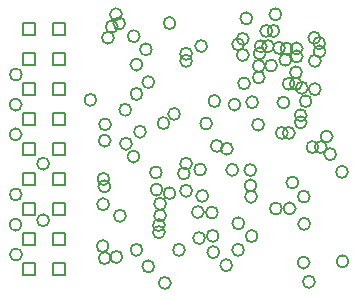
<source format=gbr>
%TF.GenerationSoftware,Altium Limited,Altium Designer,23.9.2 (47)*%
G04 Layer_Color=2752767*
%FSLAX45Y45*%
%MOMM*%
%TF.SameCoordinates,AC4A3DE0-5486-420A-B1FF-1F5B93080124*%
%TF.FilePolarity,Positive*%
%TF.FileFunction,Drawing*%
%TF.Part,Single*%
G01*
G75*
%TA.AperFunction,NonConductor*%
%ADD102C,0.12700*%
%ADD103C,0.16933*%
D102*
X383200Y243200D02*
Y344800D01*
X484800D01*
Y243200D01*
X383200D01*
Y497200D02*
Y598800D01*
X484800D01*
Y497200D01*
X383200D01*
X129200Y243200D02*
Y344800D01*
X230800D01*
Y243200D01*
X129200D01*
Y497200D02*
Y598800D01*
X230800D01*
Y497200D01*
X129200D01*
X383200Y751200D02*
Y852800D01*
X484800D01*
Y751200D01*
X383200D01*
Y1005200D02*
Y1106800D01*
X484800D01*
Y1005200D01*
X383200D01*
Y1259200D02*
Y1360800D01*
X484800D01*
Y1259200D01*
X383200D01*
Y1513200D02*
Y1614800D01*
X484800D01*
Y1513200D01*
X383200D01*
Y1767200D02*
Y1868800D01*
X484800D01*
Y1767200D01*
X383200D01*
Y2021200D02*
Y2122800D01*
X484800D01*
Y2021200D01*
X383200D01*
Y2275200D02*
Y2376800D01*
X484800D01*
Y2275200D01*
X383200D01*
X129200Y751200D02*
Y852800D01*
X230800D01*
Y751200D01*
X129200D01*
Y1005200D02*
Y1106800D01*
X230800D01*
Y1005200D01*
X129200D01*
Y1259200D02*
Y1360800D01*
X230800D01*
Y1259200D01*
X129200D01*
Y1513200D02*
Y1614800D01*
X230800D01*
Y1513200D01*
X129200D01*
Y1767200D02*
Y1868800D01*
X230800D01*
Y1767200D01*
X129200D01*
Y2021200D02*
Y2122800D01*
X230800D01*
Y2021200D01*
X129200D01*
Y2275200D02*
Y2376800D01*
X230800D01*
Y2275200D01*
X129200D01*
D103*
X2646115Y2255315D02*
G03*
X2646115Y2255315I-50800J0D01*
G01*
X2687418Y2210000D02*
G03*
X2687418Y2210000I-50800J0D01*
G01*
X2690800Y2140000D02*
G03*
X2690800Y2140000I-50800J0D01*
G01*
X1680193Y1139393D02*
G03*
X1680193Y1139393I-50800J0D01*
G01*
X1560800Y1190000D02*
G03*
X1560800Y1190000I-50800J0D01*
G01*
X1541786Y1107346D02*
G03*
X1541786Y1107346I-50800J0D01*
G01*
X350800Y1190000D02*
G03*
X350800Y1190000I-50800J0D01*
G01*
X2650800Y1820000D02*
G03*
X2650800Y1820000I-50800J0D01*
G01*
X1560800Y960000D02*
G03*
X1560800Y960000I-50800J0D01*
G01*
X1140800Y460000D02*
G03*
X1140800Y460000I-50800J0D01*
G01*
X1240800Y320000D02*
G03*
X1240800Y320000I-50800J0D01*
G01*
X750800Y1730000D02*
G03*
X750800Y1730000I-50800J0D01*
G01*
X1045638Y1646224D02*
G03*
X1045638Y1646224I-50800J0D01*
G01*
X2430800Y1450000D02*
G03*
X2430800Y1450000I-50800J0D01*
G01*
X2192088Y2183656D02*
G03*
X2192088Y2183656I-50800J0D01*
G01*
X2120796Y1709997D02*
G03*
X2120796Y1709997I-50800J0D01*
G01*
X2780800Y1270000D02*
G03*
X2780800Y1270000I-50800J0D01*
G01*
X2182765Y2123167D02*
G03*
X2182765Y2123167I-50800J0D01*
G01*
X2175707Y1919570D02*
G03*
X2175707Y1919570I-50800J0D01*
G01*
X898825Y2256789D02*
G03*
X898825Y2256789I-50800J0D01*
G01*
X1170800Y1460000D02*
G03*
X1170800Y1460000I-50800J0D01*
G01*
X1310800Y970000D02*
G03*
X1310800Y970000I-50800J0D01*
G01*
X1305046Y1115754D02*
G03*
X1305046Y1115754I-50800J0D01*
G01*
X858377Y846170D02*
G03*
X858377Y846170I-50800J0D01*
G01*
X854432Y491892D02*
G03*
X854432Y491892I-50800J0D01*
G01*
X350800Y710000D02*
G03*
X350800Y710000I-50800J0D01*
G01*
X966997Y2454400D02*
G03*
X966997Y2454400I-50800J0D01*
G01*
X119294Y1944575D02*
G03*
X119294Y1944575I-50800J0D01*
G01*
X117773Y1689810D02*
G03*
X117773Y1689810I-50800J0D01*
G01*
Y1437325D02*
G03*
X117773Y1437325I-50800J0D01*
G01*
X118534Y929314D02*
G03*
X118534Y929314I-50800J0D01*
G01*
X117013Y673788D02*
G03*
X117013Y673788I-50800J0D01*
G01*
X120800Y420000D02*
G03*
X120800Y420000I-50800J0D01*
G01*
X1380800Y180000D02*
G03*
X1380800Y180000I-50800J0D01*
G01*
X2600800Y190000D02*
G03*
X2600800Y190000I-50800J0D01*
G01*
X2000799Y2199959D02*
G03*
X2000799Y2199959I-50800J0D01*
G01*
X2040263Y2246418D02*
G03*
X2040263Y2246418I-50800J0D01*
G01*
X2254102Y2185130D02*
G03*
X2254102Y2185130I-50800J0D01*
G01*
X2176134Y2017238D02*
G03*
X2176134Y2017238I-50800J0D01*
G01*
X2541158Y1832265D02*
G03*
X2541158Y1832265I-50800J0D01*
G01*
X2530800Y1600000D02*
G03*
X2530800Y1600000I-50800J0D01*
G01*
X2384748Y1707651D02*
G03*
X2384748Y1707651I-50800J0D01*
G01*
X2317383Y2454400D02*
G03*
X2317383Y2454400I-50800J0D01*
G01*
X1420800Y940000D02*
G03*
X1420800Y940000I-50800J0D01*
G01*
X1000800Y748696D02*
G03*
X1000800Y748696I-50800J0D01*
G01*
X1140800Y2028696D02*
G03*
X1140800Y2028696I-50800J0D01*
G01*
X1459360Y1610730D02*
G03*
X1459360Y1610730I-50800J0D01*
G01*
X1240800Y1880000D02*
G03*
X1240800Y1880000I-50800J0D01*
G01*
X1140800Y1780000D02*
G03*
X1140800Y1780000I-50800J0D01*
G01*
X1330800Y670000D02*
G03*
X1330800Y670000I-50800J0D01*
G01*
Y610000D02*
G03*
X1330800Y610000I-50800J0D01*
G01*
X1117593Y2268972D02*
G03*
X1117593Y2268972I-50800J0D01*
G01*
X2496583Y2165241D02*
G03*
X2496583Y2165241I-50800J0D01*
G01*
X930800Y2350000D02*
G03*
X930800Y2350000I-50800J0D01*
G01*
X994917Y2377704D02*
G03*
X994917Y2377704I-50800J0D01*
G01*
X1420800Y2380000D02*
G03*
X1420800Y2380000I-50800J0D01*
G01*
X1369597Y1533032D02*
G03*
X1369597Y1533032I-50800J0D01*
G01*
X875440Y1522606D02*
G03*
X875440Y1522606I-50800J0D01*
G01*
X871580Y1384933D02*
G03*
X871580Y1384933I-50800J0D01*
G01*
X869544Y997965D02*
G03*
X869544Y997965I-50800J0D01*
G01*
X970800Y400000D02*
G03*
X970800Y400000I-50800J0D01*
G01*
X1785800Y578425D02*
G03*
X1785800Y578425I-50800J0D01*
G01*
X2750800Y1420000D02*
G03*
X2750800Y1420000I-50800J0D01*
G01*
X1220468Y2157572D02*
G03*
X1220468Y2157572I-50800J0D01*
G01*
X1660800Y780000D02*
G03*
X1660800Y780000I-50800J0D01*
G01*
X1906069Y1316304D02*
G03*
X1906069Y1316304I-50800J0D01*
G01*
X2003240Y684512D02*
G03*
X2003240Y684512I-50800J0D01*
G01*
X2885163Y362722D02*
G03*
X2885163Y362722I-50800J0D01*
G01*
X2555810Y352712D02*
G03*
X2555810Y352712I-50800J0D01*
G01*
X2560800Y680000D02*
G03*
X2560800Y680000I-50800J0D01*
G01*
X2557311Y911311D02*
G03*
X2557311Y911311I-50800J0D01*
G01*
X2880800Y1120000D02*
G03*
X2880800Y1120000I-50800J0D01*
G01*
X1800799Y1719999D02*
G03*
X1800799Y1719999I-50800J0D01*
G01*
X2051639Y1869999D02*
G03*
X2051639Y1869999I-50800J0D01*
G01*
X2650800Y2060000D02*
G03*
X2650800Y2060000I-50800J0D01*
G01*
X1688198Y2185442D02*
G03*
X1688198Y2185442I-50800J0D01*
G01*
X1970800Y1690000D02*
G03*
X1970800Y1690000I-50800J0D01*
G01*
X1052069Y1358257D02*
G03*
X1052069Y1358257I-50800J0D01*
G01*
X2070800Y2420000D02*
G03*
X2070800Y2420000I-50800J0D01*
G01*
X2300479Y2313689D02*
G03*
X2300479Y2313689I-50800J0D01*
G01*
X2239458Y2313714D02*
G03*
X2239458Y2313714I-50800J0D01*
G01*
X2040800Y2110000D02*
G03*
X2040800Y2110000I-50800J0D01*
G01*
X2170800Y1520000D02*
G03*
X2170800Y1520000I-50800J0D01*
G01*
X1730800Y1530000D02*
G03*
X1730800Y1530000I-50800J0D01*
G01*
X1820796Y1339997D02*
G03*
X1820796Y1339997I-50800J0D01*
G01*
X1951686Y1137501D02*
G03*
X1951686Y1137501I-50800J0D01*
G01*
X1340800Y750000D02*
G03*
X1340800Y750000I-50800J0D01*
G01*
Y850000D02*
G03*
X1340800Y850000I-50800J0D01*
G01*
X1115800Y1250000D02*
G03*
X1115800Y1250000I-50800J0D01*
G01*
X860800Y1060000D02*
G03*
X860800Y1060000I-50800J0D01*
G01*
X2530800Y1540000D02*
G03*
X2530800Y1540000I-50800J0D01*
G01*
X2400800Y2070000D02*
G03*
X2400800Y2070000I-50800J0D01*
G01*
X2630800Y1330000D02*
G03*
X2630800Y1330000I-50800J0D01*
G01*
X2104890Y1135303D02*
G03*
X2104890Y1135303I-50800J0D01*
G01*
X2110800Y910000D02*
G03*
X2110800Y910000I-50800J0D01*
G01*
X2700800Y1330000D02*
G03*
X2700800Y1330000I-50800J0D01*
G01*
X2115912Y576690D02*
G03*
X2115912Y576690I-50800J0D01*
G01*
X2370800Y1450000D02*
G03*
X2370800Y1450000I-50800J0D01*
G01*
X2106356Y1005327D02*
G03*
X2106356Y1005327I-50800J0D01*
G01*
X1500800Y460000D02*
G03*
X1500800Y460000I-50800J0D01*
G01*
X1900800Y330000D02*
G03*
X1900800Y330000I-50800J0D01*
G01*
X2000800Y460000D02*
G03*
X2000800Y460000I-50800J0D01*
G01*
X1791157Y440437D02*
G03*
X1791157Y440437I-50800J0D01*
G01*
X2572696Y1718716D02*
G03*
X2572696Y1718716I-50800J0D01*
G01*
X2280800Y2020000D02*
G03*
X2280800Y2020000I-50800J0D01*
G01*
X1670800Y560000D02*
G03*
X1670800Y560000I-50800J0D01*
G01*
X1779326Y775509D02*
G03*
X1779326Y775509I-50800J0D01*
G01*
X1560800Y2060000D02*
G03*
X1560800Y2060000I-50800J0D01*
G01*
Y2120000D02*
G03*
X1560800Y2120000I-50800J0D01*
G01*
X2490803Y1962909D02*
G03*
X2490803Y1962909I-50800J0D01*
G01*
X2489795Y1865410D02*
G03*
X2489795Y1865410I-50800J0D01*
G01*
X2347887Y2170001D02*
G03*
X2347887Y2170001I-50800J0D01*
G01*
X2411480Y2164135D02*
G03*
X2411480Y2164135I-50800J0D01*
G01*
X2428943Y1866454D02*
G03*
X2428943Y1866454I-50800J0D01*
G01*
X2497212Y2097825D02*
G03*
X2497212Y2097825I-50800J0D01*
G01*
X871339Y390244D02*
G03*
X871339Y390244I-50800J0D01*
G01*
X1697620Y916820D02*
G03*
X1697620Y916820I-50800J0D01*
G01*
X2320800Y810000D02*
G03*
X2320800Y810000I-50800J0D01*
G01*
X2460800Y1030000D02*
G03*
X2460800Y1030000I-50800J0D01*
G01*
X2436947Y810321D02*
G03*
X2436947Y810321I-50800J0D01*
G01*
%TF.MD5,6e335be3c9bdd970afa6e9f6558601ff*%
M02*

</source>
